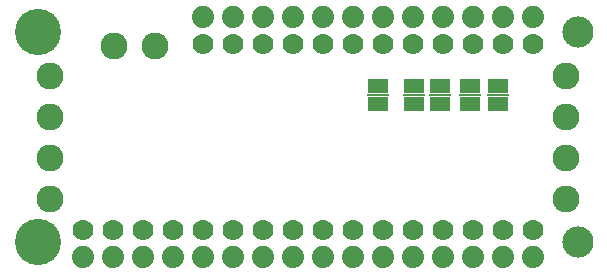
<source format=gbr>
G04 EAGLE Gerber RS-274X export*
G75*
%MOMM*%
%FSLAX34Y34*%
%LPD*%
%INSoldermask Bottom*%
%IPPOS*%
%AMOC8*
5,1,8,0,0,1.08239X$1,22.5*%
G01*
%ADD10C,2.286000*%
%ADD11R,1.701800X1.270000*%
%ADD12R,1.828800X0.152400*%
%ADD13C,2.641600*%
%ADD14C,3.911600*%
%ADD15C,1.879600*%
%ADD16C,1.778000*%


D10*
X89950Y191770D03*
X124950Y191770D03*
D11*
X415290Y142240D03*
X415290Y157480D03*
D12*
X415290Y149860D03*
D11*
X391160Y142240D03*
X391160Y157480D03*
D12*
X391160Y149860D03*
D11*
X365760Y142240D03*
X365760Y157480D03*
D12*
X365760Y149860D03*
D11*
X344170Y157480D03*
X344170Y142240D03*
D12*
X344170Y149860D03*
D11*
X313690Y157480D03*
X313690Y142240D03*
D12*
X313690Y149860D03*
D13*
X482600Y203200D03*
X482600Y25400D03*
D14*
X25400Y203200D03*
X25400Y25400D03*
D15*
X165100Y215900D03*
X190500Y215900D03*
X215900Y215900D03*
X241300Y215900D03*
X266700Y215900D03*
X292100Y215900D03*
X317500Y215900D03*
X342900Y215900D03*
X368300Y215900D03*
X393700Y215900D03*
X419100Y215900D03*
X444500Y215900D03*
X165100Y12700D03*
X190500Y12700D03*
X215900Y12700D03*
X241300Y12700D03*
X266700Y12700D03*
X292100Y12700D03*
X317500Y12700D03*
X342900Y12700D03*
X368300Y12700D03*
X393700Y12700D03*
X419100Y12700D03*
X444500Y12700D03*
X139700Y12700D03*
X114300Y12700D03*
X88900Y12700D03*
X63500Y12700D03*
D10*
X35560Y131352D03*
X35560Y166352D03*
X35560Y62010D03*
X35560Y97010D03*
X472440Y96740D03*
X472440Y61740D03*
X472440Y166590D03*
X472440Y131590D03*
D16*
X165100Y193040D03*
X190500Y193040D03*
X215900Y193040D03*
X241300Y193040D03*
X266700Y193040D03*
X292100Y193040D03*
X317500Y193040D03*
X342900Y193040D03*
X368300Y193040D03*
X393700Y193040D03*
X419100Y193040D03*
X444500Y193040D03*
X444500Y35560D03*
X419100Y35560D03*
X393700Y35560D03*
X368300Y35560D03*
X342900Y35560D03*
X317500Y35560D03*
X292100Y35560D03*
X266700Y35560D03*
X241300Y35560D03*
X215900Y35560D03*
X190500Y35560D03*
X165100Y35560D03*
X139700Y35560D03*
X114300Y35560D03*
X88900Y35560D03*
X63500Y35560D03*
M02*

</source>
